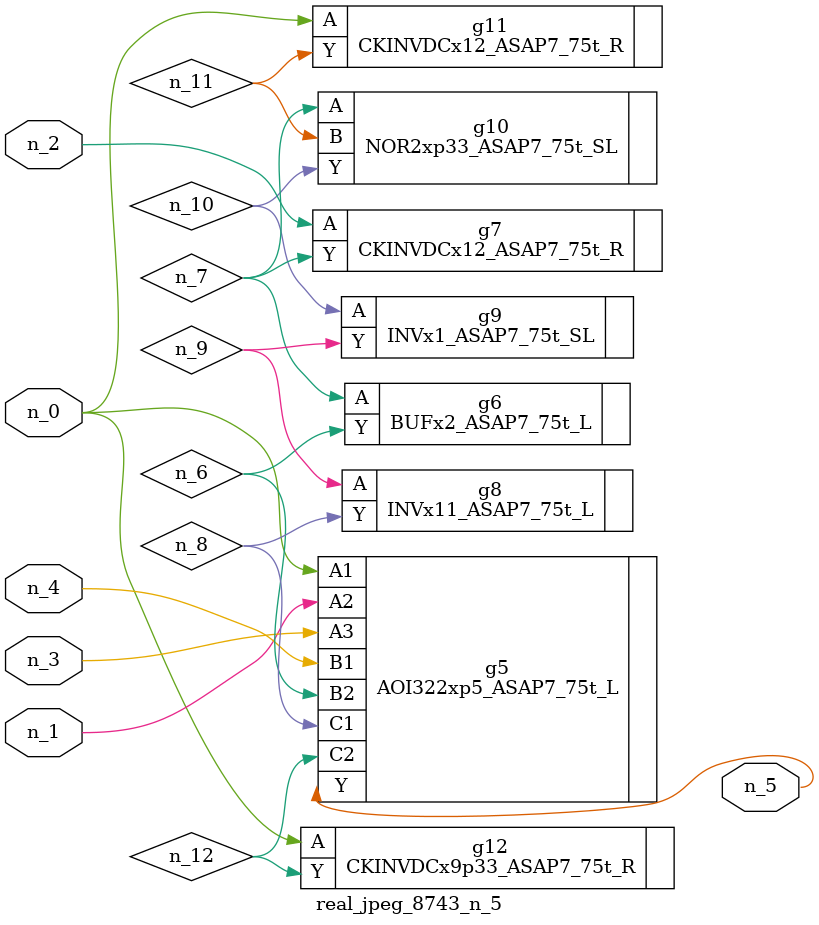
<source format=v>
module real_jpeg_8743_n_5 (n_4, n_0, n_1, n_2, n_3, n_5);

input n_4;
input n_0;
input n_1;
input n_2;
input n_3;

output n_5;

wire n_12;
wire n_8;
wire n_11;
wire n_6;
wire n_7;
wire n_10;
wire n_9;

AOI322xp5_ASAP7_75t_L g5 ( 
.A1(n_0),
.A2(n_1),
.A3(n_3),
.B1(n_4),
.B2(n_6),
.C1(n_8),
.C2(n_12),
.Y(n_5)
);

CKINVDCx12_ASAP7_75t_R g11 ( 
.A(n_0),
.Y(n_11)
);

CKINVDCx9p33_ASAP7_75t_R g12 ( 
.A(n_0),
.Y(n_12)
);

CKINVDCx12_ASAP7_75t_R g7 ( 
.A(n_2),
.Y(n_7)
);

BUFx2_ASAP7_75t_L g6 ( 
.A(n_7),
.Y(n_6)
);

NOR2xp33_ASAP7_75t_SL g10 ( 
.A(n_7),
.B(n_11),
.Y(n_10)
);

INVx11_ASAP7_75t_L g8 ( 
.A(n_9),
.Y(n_8)
);

INVx1_ASAP7_75t_SL g9 ( 
.A(n_10),
.Y(n_9)
);


endmodule
</source>
